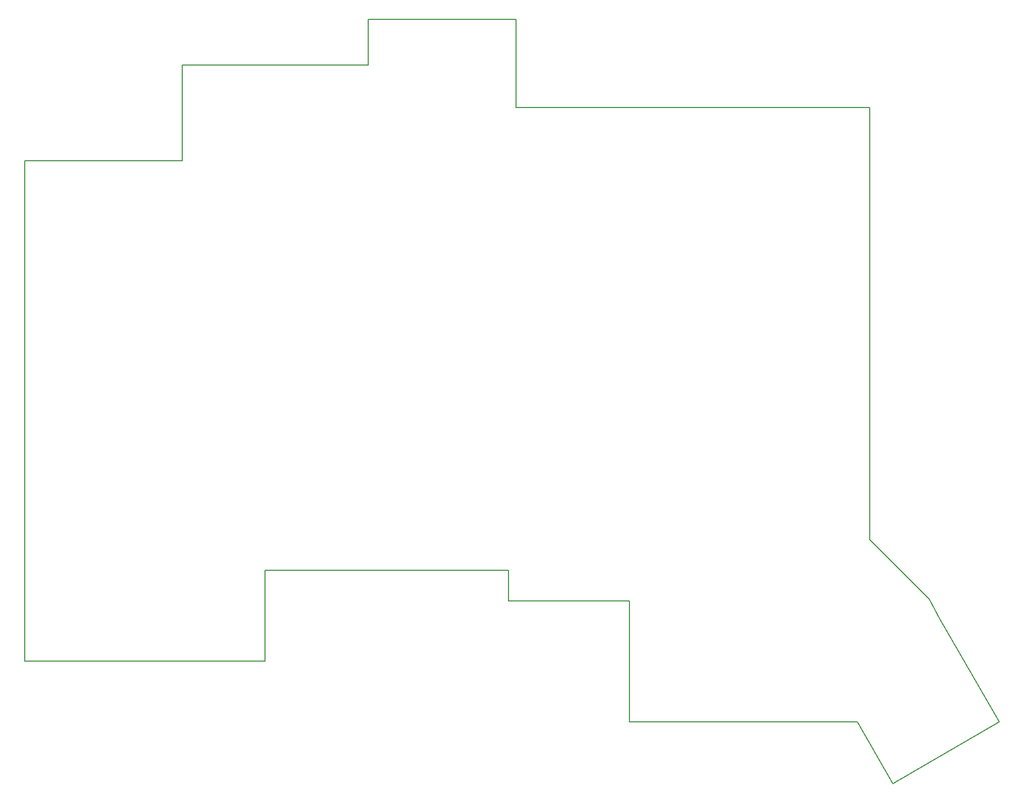
<source format=gbr>
G04 #@! TF.GenerationSoftware,KiCad,Pcbnew,(5.1.2)-2*
G04 #@! TF.CreationDate,2019-06-19T20:54:41-05:00*
G04 #@! TF.ProjectId,BlastersRev2,426c6173-7465-4727-9352-6576322e6b69,rev?*
G04 #@! TF.SameCoordinates,Original*
G04 #@! TF.FileFunction,Profile,NP*
%FSLAX46Y46*%
G04 Gerber Fmt 4.6, Leading zero omitted, Abs format (unit mm)*
G04 Created by KiCad (PCBNEW (5.1.2)-2) date 2019-06-19 20:54:41*
%MOMM*%
%LPD*%
G04 APERTURE LIST*
%ADD10C,0.150000*%
G04 APERTURE END LIST*
D10*
X57290000Y-74880000D02*
X57290000Y-153670010D01*
X152520000Y-144230000D02*
X152520000Y-163240263D01*
X133480000Y-144230000D02*
X152520000Y-144230000D01*
X133480000Y-139430000D02*
X133480000Y-144230000D01*
X133480000Y-139430000D02*
X95109989Y-139430000D01*
X95110000Y-139430000D02*
X95110000Y-153670000D01*
X57289989Y-153670000D02*
X95110000Y-153670000D01*
X194000000Y-172970000D02*
X188390000Y-163240000D01*
X152519598Y-163240000D02*
X188390000Y-163240000D01*
X210780000Y-163270000D02*
X194000000Y-172970000D01*
X201390000Y-147020000D02*
X210780000Y-163270000D01*
X199800000Y-144000000D02*
X201390000Y-147020000D01*
X190390000Y-134590000D02*
X199800000Y-144000000D01*
X190390000Y-66460000D02*
X190390000Y-134590000D01*
X134680000Y-66460000D02*
X190390000Y-66460000D01*
X134680000Y-66460000D02*
X134680000Y-52640000D01*
X111390000Y-59840000D02*
X111390000Y-52640000D01*
X134680019Y-52640000D02*
X111389995Y-52640000D01*
X111390616Y-59840000D02*
X82100000Y-59840000D01*
X82100014Y-74880000D02*
X57290000Y-74880000D01*
X82100000Y-74880000D02*
X82100000Y-59840000D01*
M02*

</source>
